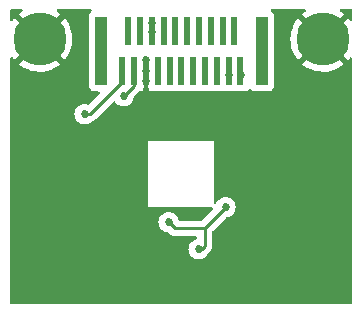
<source format=gbr>
%TF.GenerationSoftware,KiCad,Pcbnew,(6.0.0-0)*%
%TF.CreationDate,2022-03-05T22:15:36-05:00*%
%TF.ProjectId,imu,696d752e-6b69-4636-9164-5f7063625858,rev?*%
%TF.SameCoordinates,Original*%
%TF.FileFunction,Copper,L4,Bot*%
%TF.FilePolarity,Positive*%
%FSLAX46Y46*%
G04 Gerber Fmt 4.6, Leading zero omitted, Abs format (unit mm)*
G04 Created by KiCad (PCBNEW (6.0.0-0)) date 2022-03-05 22:15:36*
%MOMM*%
%LPD*%
G01*
G04 APERTURE LIST*
%TA.AperFunction,ComponentPad*%
%ADD10C,4.500000*%
%TD*%
%TA.AperFunction,SMDPad,CuDef*%
%ADD11R,1.000000X5.850000*%
%TD*%
%TA.AperFunction,SMDPad,CuDef*%
%ADD12R,0.610000X2.410000*%
%TD*%
%TA.AperFunction,ViaPad*%
%ADD13C,0.685800*%
%TD*%
%TA.AperFunction,Conductor*%
%ADD14C,0.254000*%
%TD*%
G04 APERTURE END LIST*
D10*
%TO.P,H1,1,1*%
%TO.N,GND*%
X95000000Y-64000000D03*
%TD*%
%TO.P,H2,1,1*%
%TO.N,GND*%
X119000000Y-64000000D03*
%TD*%
D11*
%TO.P,J1,*%
%TO.N,*%
X100173500Y-65000000D03*
X113826500Y-65000000D03*
D12*
%TO.P,J1,1,SDA(E)*%
%TO.N,/SDA_EEPROM*%
X101996500Y-66720000D03*
%TO.P,J1,2,SCL(E)*%
%TO.N,/SCL_EEPROM*%
X102996500Y-66720000D03*
%TO.P,J1,3,GND*%
%TO.N,GND*%
X103996500Y-66720000D03*
%TO.P,J1,4,NC*%
%TO.N,unconnected-(J1-Pad4)*%
X104996500Y-66720000D03*
%TO.P,J1,5,~{RST}*%
%TO.N,/~{RST}*%
X105996500Y-66720000D03*
%TO.P,J1,6,SCK*%
%TO.N,/SCK*%
X106996500Y-66720000D03*
%TO.P,J1,7,MISO*%
%TO.N,/MISO*%
X107996500Y-66720000D03*
%TO.P,J1,8,MOSI*%
%TO.N,/MOSI*%
X108996500Y-66720000D03*
%TO.P,J1,9,CE*%
%TO.N,/CS*%
X109996500Y-66720000D03*
%TO.P,J1,10,SDA*%
%TO.N,/SDA*%
X110996500Y-66720000D03*
%TO.P,J1,11,SCL*%
%TO.N,/SCL*%
X111996500Y-66720000D03*
%TO.P,J1,12,NC*%
%TO.N,unconnected-(J1-Pad12)*%
X111496500Y-63280000D03*
%TO.P,J1,13,RX*%
%TO.N,/RXD*%
X110496500Y-63280000D03*
%TO.P,J1,14,TX*%
%TO.N,/TXD*%
X109496500Y-63280000D03*
%TO.P,J1,15,STAT*%
%TO.N,/Status*%
X108496500Y-63280000D03*
%TO.P,J1,16,A0*%
%TO.N,/A0*%
X107496500Y-63280000D03*
%TO.P,J1,17,A1*%
%TO.N,/A1*%
X106496500Y-63280000D03*
%TO.P,J1,18,NC*%
%TO.N,unconnected-(J1-Pad18)*%
X105496500Y-63280000D03*
%TO.P,J1,19,3V3*%
%TO.N,/3V3*%
X104496500Y-63280000D03*
%TO.P,J1,20,NC*%
%TO.N,unconnected-(J1-Pad20)*%
X103496500Y-63320000D03*
%TO.P,J1,21,5V*%
%TO.N,/5V*%
X102496500Y-63320000D03*
%TD*%
D13*
%TO.N,GND*%
X103124000Y-72644000D03*
X103124000Y-71374000D03*
X96012000Y-73152000D03*
X101854000Y-71374000D03*
X112776000Y-71374000D03*
X103124000Y-80264000D03*
X101854000Y-78994000D03*
X112776000Y-72644000D03*
X111506000Y-73914000D03*
X111506000Y-71374000D03*
X103124000Y-77724000D03*
X104394000Y-81534000D03*
X101854000Y-73914000D03*
X110236000Y-73914000D03*
X112776000Y-73914000D03*
X103124000Y-73914000D03*
X103124000Y-78994000D03*
X101854000Y-77724000D03*
X101854000Y-75184000D03*
X104013000Y-66675000D03*
X101854000Y-80264000D03*
X103124000Y-75184000D03*
X101854000Y-76454000D03*
X104013000Y-67564000D03*
X97282000Y-73152000D03*
X110236000Y-72644000D03*
X94742000Y-73152000D03*
X104394000Y-71374000D03*
X101854000Y-72644000D03*
X103124000Y-76454000D03*
X106934000Y-72136000D03*
X111506000Y-72644000D03*
X110236000Y-71374000D03*
X104013000Y-65786000D03*
%TO.N,/3V3*%
X105918000Y-79502000D03*
X104496500Y-63397500D03*
X110744000Y-78232000D03*
X108458000Y-81788000D03*
X104496500Y-62635500D03*
%TO.N,/SDA_EEPROM*%
X98806000Y-70358000D03*
%TO.N,/SDA*%
X110998000Y-67056000D03*
%TO.N,/SCL*%
X112014000Y-67056000D03*
%TO.N,/SCL_EEPROM*%
X102108000Y-68834000D03*
%TD*%
D14*
%TO.N,/3V3*%
X108712000Y-81788000D02*
X108458000Y-81788000D01*
X106426000Y-80010000D02*
X108966000Y-80010000D01*
X108966000Y-81534000D02*
X108712000Y-81788000D01*
X105918000Y-79502000D02*
X106426000Y-80010000D01*
X108966000Y-80010000D02*
X108966000Y-81534000D01*
X108966000Y-80010000D02*
X110744000Y-78232000D01*
%TO.N,/SDA_EEPROM*%
X101996500Y-66720000D02*
X101996500Y-67620000D01*
X101996500Y-67620000D02*
X99258500Y-70358000D01*
X99258500Y-70358000D02*
X98806000Y-70358000D01*
%TO.N,/SCL_EEPROM*%
X102996500Y-67945500D02*
X102108000Y-68834000D01*
X102996500Y-66720000D02*
X102996500Y-67945500D01*
%TD*%
%TA.AperFunction,Conductor*%
%TO.N,GND*%
G36*
X93508556Y-61466002D02*
G01*
X93555049Y-61519658D01*
X93565153Y-61589932D01*
X93535659Y-61654512D01*
X93504858Y-61680285D01*
X93450196Y-61712805D01*
X93443945Y-61717053D01*
X93250733Y-61866115D01*
X93242267Y-61877773D01*
X93248871Y-61889661D01*
X94987188Y-63627978D01*
X95001132Y-63635592D01*
X95002965Y-63635461D01*
X95009580Y-63631210D01*
X96750162Y-61890628D01*
X96757174Y-61877787D01*
X96749379Y-61867098D01*
X96579886Y-61733481D01*
X96573663Y-61729156D01*
X96492326Y-61679605D01*
X96444557Y-61627082D01*
X96432767Y-61557071D01*
X96460699Y-61491800D01*
X96519485Y-61451992D01*
X96557879Y-61446000D01*
X99286595Y-61446000D01*
X99354716Y-61466002D01*
X99401209Y-61519658D01*
X99411313Y-61589932D01*
X99381819Y-61654512D01*
X99362163Y-61672824D01*
X99310239Y-61711739D01*
X99222885Y-61828295D01*
X99171755Y-61964684D01*
X99165000Y-62026866D01*
X99165000Y-67973134D01*
X99171755Y-68035316D01*
X99222885Y-68171705D01*
X99310239Y-68288261D01*
X99426795Y-68375615D01*
X99563184Y-68426745D01*
X99625366Y-68433500D01*
X99980078Y-68433500D01*
X100048199Y-68453502D01*
X100094692Y-68507158D01*
X100104796Y-68577432D01*
X100075302Y-68642012D01*
X100069173Y-68648595D01*
X99202648Y-69515120D01*
X99140336Y-69549146D01*
X99075213Y-69545888D01*
X99070546Y-69543810D01*
X98983016Y-69525205D01*
X98901943Y-69507972D01*
X98901939Y-69507972D01*
X98895486Y-69506600D01*
X98716514Y-69506600D01*
X98710061Y-69507972D01*
X98710057Y-69507972D01*
X98628984Y-69525205D01*
X98541454Y-69543810D01*
X98535424Y-69546495D01*
X98535423Y-69546495D01*
X98383985Y-69613919D01*
X98383983Y-69613920D01*
X98377955Y-69616604D01*
X98372614Y-69620484D01*
X98372613Y-69620485D01*
X98283266Y-69685400D01*
X98233164Y-69721801D01*
X98113409Y-69854803D01*
X98023923Y-70009797D01*
X97968618Y-70180009D01*
X97949910Y-70358000D01*
X97968618Y-70535991D01*
X98023923Y-70706203D01*
X98113409Y-70861197D01*
X98117827Y-70866104D01*
X98117828Y-70866105D01*
X98204256Y-70962093D01*
X98233164Y-70994199D01*
X98377955Y-71099396D01*
X98383983Y-71102080D01*
X98383985Y-71102081D01*
X98535423Y-71169505D01*
X98541454Y-71172190D01*
X98628984Y-71190795D01*
X98710057Y-71208028D01*
X98710061Y-71208028D01*
X98716514Y-71209400D01*
X98895486Y-71209400D01*
X98901939Y-71208028D01*
X98901943Y-71208028D01*
X98983016Y-71190795D01*
X99070546Y-71172190D01*
X99076577Y-71169505D01*
X99228015Y-71102081D01*
X99228017Y-71102080D01*
X99234045Y-71099396D01*
X99373854Y-70997818D01*
X99414061Y-70978899D01*
X99417799Y-70978427D01*
X99425172Y-70975508D01*
X99425175Y-70975507D01*
X99459056Y-70962093D01*
X99470285Y-70958248D01*
X99486965Y-70953402D01*
X99512893Y-70945869D01*
X99519720Y-70941831D01*
X99519723Y-70941830D01*
X99530406Y-70935512D01*
X99548164Y-70926812D01*
X99559715Y-70922239D01*
X99559721Y-70922235D01*
X99567088Y-70919319D01*
X99602991Y-70893234D01*
X99612910Y-70886719D01*
X99644268Y-70868174D01*
X99644272Y-70868171D01*
X99651098Y-70864134D01*
X99665482Y-70849750D01*
X99680516Y-70836909D01*
X99690573Y-70829602D01*
X99696987Y-70824942D01*
X99725278Y-70790744D01*
X99733267Y-70781965D01*
X101212413Y-69302819D01*
X101274725Y-69268793D01*
X101345540Y-69273858D01*
X101402376Y-69316405D01*
X101410628Y-69328916D01*
X101412107Y-69331479D01*
X101412110Y-69331484D01*
X101415409Y-69337197D01*
X101535164Y-69470199D01*
X101540506Y-69474080D01*
X101540508Y-69474082D01*
X101640176Y-69546495D01*
X101679955Y-69575396D01*
X101685983Y-69578080D01*
X101685985Y-69578081D01*
X101772510Y-69616604D01*
X101843454Y-69648190D01*
X101930984Y-69666795D01*
X102012057Y-69684028D01*
X102012061Y-69684028D01*
X102018514Y-69685400D01*
X102197486Y-69685400D01*
X102203939Y-69684028D01*
X102203943Y-69684028D01*
X102285016Y-69666795D01*
X102372546Y-69648190D01*
X102443490Y-69616604D01*
X102530015Y-69578081D01*
X102530017Y-69578080D01*
X102536045Y-69575396D01*
X102575824Y-69546495D01*
X102675492Y-69474082D01*
X102675494Y-69474080D01*
X102680836Y-69470199D01*
X102800591Y-69337197D01*
X102890077Y-69182203D01*
X102945382Y-69011991D01*
X102954418Y-68926024D01*
X102981432Y-68860367D01*
X102990633Y-68850100D01*
X103389983Y-68450750D01*
X103398305Y-68443176D01*
X103404803Y-68439053D01*
X103408610Y-68434999D01*
X103443142Y-68415001D01*
X103445146Y-68414250D01*
X103452980Y-68411313D01*
X103523786Y-68406128D01*
X103541441Y-68411312D01*
X103573894Y-68423478D01*
X103589149Y-68427105D01*
X103640014Y-68432631D01*
X103646828Y-68433000D01*
X103724385Y-68433000D01*
X103739624Y-68428525D01*
X103740829Y-68427135D01*
X103742500Y-68419452D01*
X103742500Y-68218852D01*
X103754347Y-68172542D01*
X103752115Y-68171705D01*
X103800471Y-68042715D01*
X103803245Y-68035316D01*
X103810000Y-67973134D01*
X103810000Y-66592000D01*
X103830002Y-66523879D01*
X103883658Y-66477386D01*
X103936000Y-66466000D01*
X104057000Y-66466000D01*
X104125121Y-66486002D01*
X104171614Y-66539658D01*
X104183000Y-66592000D01*
X104183000Y-67973134D01*
X104189755Y-68035316D01*
X104192529Y-68042715D01*
X104240885Y-68171705D01*
X104238653Y-68172542D01*
X104250500Y-68218852D01*
X104250500Y-68414884D01*
X104254975Y-68430123D01*
X104256365Y-68431328D01*
X104264048Y-68432999D01*
X104346169Y-68432999D01*
X104352990Y-68432629D01*
X104403852Y-68427105D01*
X104419107Y-68423478D01*
X104451557Y-68411313D01*
X104522364Y-68406129D01*
X104540019Y-68411313D01*
X104573781Y-68423970D01*
X104573783Y-68423970D01*
X104581184Y-68426745D01*
X104643366Y-68433500D01*
X105349634Y-68433500D01*
X105411816Y-68426745D01*
X105452271Y-68411579D01*
X105523076Y-68406396D01*
X105540723Y-68411577D01*
X105581184Y-68426745D01*
X105643366Y-68433500D01*
X106349634Y-68433500D01*
X106411816Y-68426745D01*
X106452271Y-68411579D01*
X106523076Y-68406396D01*
X106540723Y-68411577D01*
X106581184Y-68426745D01*
X106643366Y-68433500D01*
X107349634Y-68433500D01*
X107411816Y-68426745D01*
X107452271Y-68411579D01*
X107523076Y-68406396D01*
X107540723Y-68411577D01*
X107581184Y-68426745D01*
X107643366Y-68433500D01*
X108349634Y-68433500D01*
X108411816Y-68426745D01*
X108452271Y-68411579D01*
X108523076Y-68406396D01*
X108540723Y-68411577D01*
X108581184Y-68426745D01*
X108643366Y-68433500D01*
X109349634Y-68433500D01*
X109411816Y-68426745D01*
X109452271Y-68411579D01*
X109523076Y-68406396D01*
X109540723Y-68411577D01*
X109581184Y-68426745D01*
X109643366Y-68433500D01*
X110349634Y-68433500D01*
X110411816Y-68426745D01*
X110452271Y-68411579D01*
X110523076Y-68406396D01*
X110540723Y-68411577D01*
X110581184Y-68426745D01*
X110643366Y-68433500D01*
X111349634Y-68433500D01*
X111411816Y-68426745D01*
X111452271Y-68411579D01*
X111523076Y-68406396D01*
X111540723Y-68411577D01*
X111581184Y-68426745D01*
X111643366Y-68433500D01*
X112349634Y-68433500D01*
X112411816Y-68426745D01*
X112548205Y-68375615D01*
X112664761Y-68288261D01*
X112713174Y-68223664D01*
X112770033Y-68181149D01*
X112840852Y-68176123D01*
X112903145Y-68210183D01*
X112914826Y-68223664D01*
X112963239Y-68288261D01*
X113079795Y-68375615D01*
X113216184Y-68426745D01*
X113278366Y-68433500D01*
X114374634Y-68433500D01*
X114436816Y-68426745D01*
X114573205Y-68375615D01*
X114689761Y-68288261D01*
X114777115Y-68171705D01*
X114828245Y-68035316D01*
X114835000Y-67973134D01*
X114835000Y-66121982D01*
X117243142Y-66121982D01*
X117250668Y-66132415D01*
X117396463Y-66249848D01*
X117402648Y-66254244D01*
X117678363Y-66426195D01*
X117685034Y-66429817D01*
X117979414Y-66567402D01*
X117986468Y-66570195D01*
X118295257Y-66671420D01*
X118302570Y-66673339D01*
X118621298Y-66736738D01*
X118628789Y-66737764D01*
X118952823Y-66762413D01*
X118960386Y-66762531D01*
X119285021Y-66748074D01*
X119292562Y-66747282D01*
X119613115Y-66693926D01*
X119620479Y-66692240D01*
X119932315Y-66600757D01*
X119939424Y-66598198D01*
X120238003Y-66469919D01*
X120244770Y-66466515D01*
X120525764Y-66303301D01*
X120532071Y-66299111D01*
X120750005Y-66134588D01*
X120758461Y-66123197D01*
X120751743Y-66110953D01*
X119012812Y-64372022D01*
X118998868Y-64364408D01*
X118997035Y-64364539D01*
X118990420Y-64368790D01*
X117250257Y-66108953D01*
X117243142Y-66121982D01*
X114835000Y-66121982D01*
X114835000Y-63974858D01*
X116237299Y-63974858D01*
X116253456Y-64299410D01*
X116254287Y-64306939D01*
X116309318Y-64627198D01*
X116311051Y-64634585D01*
X116404156Y-64945909D01*
X116406759Y-64953022D01*
X116536595Y-65250913D01*
X116540037Y-65257669D01*
X116704720Y-65537803D01*
X116708943Y-65544088D01*
X116865792Y-65749608D01*
X116877316Y-65758069D01*
X116889382Y-65751408D01*
X118627978Y-64012812D01*
X118635592Y-63998868D01*
X118635461Y-63997035D01*
X118631210Y-63990420D01*
X116890864Y-62250074D01*
X116877929Y-62243011D01*
X116867367Y-62250671D01*
X116741785Y-62408268D01*
X116737428Y-62414467D01*
X116566913Y-62691094D01*
X116563333Y-62697770D01*
X116427287Y-62992878D01*
X116424537Y-62999929D01*
X116324927Y-63309251D01*
X116323044Y-63316584D01*
X116261316Y-63635632D01*
X116260329Y-63643132D01*
X116237378Y-63967277D01*
X116237299Y-63974858D01*
X114835000Y-63974858D01*
X114835000Y-62026866D01*
X114828245Y-61964684D01*
X114777115Y-61828295D01*
X114689761Y-61711739D01*
X114637838Y-61672825D01*
X114595325Y-61615966D01*
X114590300Y-61545148D01*
X114624359Y-61482855D01*
X114686691Y-61448865D01*
X114713405Y-61446000D01*
X117440435Y-61446000D01*
X117508556Y-61466002D01*
X117555049Y-61519658D01*
X117565153Y-61589932D01*
X117535659Y-61654512D01*
X117504858Y-61680285D01*
X117450196Y-61712805D01*
X117443945Y-61717053D01*
X117250733Y-61866115D01*
X117242267Y-61877773D01*
X117248871Y-61889661D01*
X118987188Y-63627978D01*
X119001132Y-63635592D01*
X119002965Y-63635461D01*
X119009580Y-63631210D01*
X120750162Y-61890628D01*
X120757174Y-61877787D01*
X120749379Y-61867098D01*
X120579886Y-61733481D01*
X120573663Y-61729156D01*
X120492326Y-61679605D01*
X120444557Y-61627082D01*
X120432767Y-61557071D01*
X120460699Y-61491800D01*
X120519485Y-61451992D01*
X120557879Y-61446000D01*
X121361000Y-61446000D01*
X121429121Y-61466002D01*
X121475614Y-61519658D01*
X121487000Y-61572000D01*
X121487000Y-62337698D01*
X121466998Y-62405819D01*
X121413342Y-62452312D01*
X121343068Y-62462416D01*
X121278488Y-62432922D01*
X121261643Y-62415184D01*
X121133617Y-62251022D01*
X121121823Y-62242551D01*
X121110113Y-62249097D01*
X119372022Y-63987188D01*
X119364408Y-64001132D01*
X119364539Y-64002965D01*
X119368790Y-64009580D01*
X121108825Y-65749615D01*
X121121948Y-65756781D01*
X121132250Y-65749391D01*
X121241429Y-65615285D01*
X121245838Y-65609149D01*
X121254437Y-65595520D01*
X121307703Y-65548581D01*
X121377891Y-65537891D01*
X121442715Y-65566844D01*
X121481596Y-65626248D01*
X121487000Y-65662754D01*
X121487000Y-86304000D01*
X121466998Y-86372121D01*
X121413342Y-86418614D01*
X121361000Y-86430000D01*
X92629000Y-86430000D01*
X92560879Y-86409998D01*
X92514386Y-86356342D01*
X92503000Y-86304000D01*
X92503000Y-78232000D01*
X104140000Y-78232000D01*
X109541077Y-78232000D01*
X109609198Y-78252002D01*
X109655691Y-78305658D01*
X109665795Y-78375932D01*
X109636301Y-78440512D01*
X109630172Y-78447095D01*
X108739672Y-79337595D01*
X108677360Y-79371621D01*
X108650577Y-79374500D01*
X106863332Y-79374500D01*
X106795211Y-79354498D01*
X106748718Y-79300842D01*
X106743499Y-79287436D01*
X106702119Y-79160082D01*
X106700077Y-79153797D01*
X106610591Y-78998803D01*
X106496492Y-78872082D01*
X106495258Y-78870712D01*
X106495257Y-78870711D01*
X106490836Y-78865801D01*
X106346045Y-78760604D01*
X106340017Y-78757920D01*
X106340015Y-78757919D01*
X106188577Y-78690495D01*
X106188576Y-78690495D01*
X106182546Y-78687810D01*
X106095016Y-78669205D01*
X106013943Y-78651972D01*
X106013939Y-78651972D01*
X106007486Y-78650600D01*
X105828514Y-78650600D01*
X105822061Y-78651972D01*
X105822057Y-78651972D01*
X105740984Y-78669205D01*
X105653454Y-78687810D01*
X105647424Y-78690495D01*
X105647423Y-78690495D01*
X105495985Y-78757919D01*
X105495983Y-78757920D01*
X105489955Y-78760604D01*
X105345164Y-78865801D01*
X105340743Y-78870711D01*
X105340742Y-78870712D01*
X105339509Y-78872082D01*
X105225409Y-78998803D01*
X105135923Y-79153797D01*
X105080618Y-79324009D01*
X105061910Y-79502000D01*
X105080618Y-79679991D01*
X105135923Y-79850203D01*
X105225409Y-80005197D01*
X105345164Y-80138199D01*
X105489955Y-80243396D01*
X105495983Y-80246080D01*
X105495985Y-80246081D01*
X105521186Y-80257301D01*
X105653454Y-80316190D01*
X105828514Y-80353400D01*
X105831653Y-80353400D01*
X105896122Y-80379921D01*
X105906394Y-80389126D01*
X105920745Y-80403477D01*
X105928322Y-80411803D01*
X105932447Y-80418303D01*
X105938225Y-80423729D01*
X105938226Y-80423730D01*
X105982281Y-80465100D01*
X105985123Y-80467855D01*
X106004906Y-80487638D01*
X106008114Y-80490126D01*
X106017143Y-80497837D01*
X106049494Y-80528217D01*
X106056443Y-80532037D01*
X106067329Y-80538022D01*
X106083853Y-80548876D01*
X106099933Y-80561349D01*
X106107210Y-80564498D01*
X106140650Y-80578969D01*
X106151311Y-80584192D01*
X106183247Y-80601749D01*
X106183252Y-80601751D01*
X106190197Y-80605569D01*
X106197871Y-80607539D01*
X106197878Y-80607542D01*
X106209913Y-80610632D01*
X106228618Y-80617036D01*
X106240013Y-80621967D01*
X106247292Y-80625117D01*
X106274342Y-80629401D01*
X106291127Y-80632060D01*
X106302740Y-80634465D01*
X106345718Y-80645500D01*
X106366065Y-80645500D01*
X106385777Y-80647051D01*
X106405879Y-80650235D01*
X106413771Y-80649489D01*
X106450056Y-80646059D01*
X106461914Y-80645500D01*
X108204500Y-80645500D01*
X108272621Y-80665502D01*
X108319114Y-80719158D01*
X108330500Y-80771500D01*
X108330500Y-80842647D01*
X108310498Y-80910768D01*
X108256842Y-80957261D01*
X108230696Y-80965894D01*
X108199912Y-80972437D01*
X108199909Y-80972438D01*
X108193454Y-80973810D01*
X108187424Y-80976495D01*
X108187423Y-80976495D01*
X108035985Y-81043919D01*
X108035983Y-81043920D01*
X108029955Y-81046604D01*
X107885164Y-81151801D01*
X107765409Y-81284803D01*
X107675923Y-81439797D01*
X107673881Y-81446082D01*
X107629064Y-81584016D01*
X107620618Y-81610009D01*
X107619928Y-81616572D01*
X107619928Y-81616573D01*
X107615047Y-81663013D01*
X107601910Y-81788000D01*
X107620618Y-81965991D01*
X107622658Y-81972269D01*
X107622658Y-81972270D01*
X107638743Y-82021774D01*
X107675923Y-82136203D01*
X107765409Y-82291197D01*
X107885164Y-82424199D01*
X108029955Y-82529396D01*
X108035983Y-82532080D01*
X108035985Y-82532081D01*
X108187423Y-82599505D01*
X108193454Y-82602190D01*
X108280984Y-82620795D01*
X108362057Y-82638028D01*
X108362061Y-82638028D01*
X108368514Y-82639400D01*
X108547486Y-82639400D01*
X108553939Y-82638028D01*
X108553943Y-82638028D01*
X108635016Y-82620795D01*
X108722546Y-82602190D01*
X108728577Y-82599505D01*
X108880015Y-82532081D01*
X108880017Y-82532080D01*
X108886045Y-82529396D01*
X109030836Y-82424199D01*
X109150591Y-82291197D01*
X109201114Y-82203689D01*
X109221138Y-82177594D01*
X109359477Y-82039255D01*
X109367803Y-82031678D01*
X109374303Y-82027553D01*
X109421101Y-81977718D01*
X109423855Y-81974877D01*
X109443638Y-81955094D01*
X109446129Y-81951883D01*
X109453838Y-81942856D01*
X109478789Y-81916286D01*
X109484217Y-81910506D01*
X109494022Y-81892671D01*
X109504876Y-81876147D01*
X109512491Y-81866330D01*
X109512492Y-81866329D01*
X109517349Y-81860067D01*
X109534969Y-81819350D01*
X109540192Y-81808689D01*
X109557749Y-81776753D01*
X109557751Y-81776748D01*
X109561569Y-81769803D01*
X109563539Y-81762129D01*
X109563542Y-81762122D01*
X109566632Y-81750087D01*
X109573036Y-81731382D01*
X109577967Y-81719987D01*
X109581117Y-81712708D01*
X109588060Y-81668873D01*
X109590467Y-81657251D01*
X109601500Y-81614282D01*
X109601500Y-81593935D01*
X109603051Y-81574224D01*
X109604995Y-81561950D01*
X109606235Y-81554121D01*
X109602059Y-81509944D01*
X109601500Y-81498086D01*
X109601500Y-80325422D01*
X109621502Y-80257301D01*
X109638405Y-80236327D01*
X110755607Y-79119126D01*
X110817919Y-79085100D01*
X110828494Y-79083400D01*
X110833486Y-79083400D01*
X111008546Y-79046190D01*
X111114980Y-78998803D01*
X111166015Y-78976081D01*
X111166017Y-78976080D01*
X111172045Y-78973396D01*
X111316836Y-78868199D01*
X111321258Y-78863288D01*
X111432172Y-78740105D01*
X111432173Y-78740104D01*
X111436591Y-78735197D01*
X111526077Y-78580203D01*
X111581382Y-78409991D01*
X111600090Y-78232000D01*
X111581382Y-78054009D01*
X111526077Y-77883797D01*
X111436591Y-77728803D01*
X111316836Y-77595801D01*
X111172045Y-77490604D01*
X111166017Y-77487920D01*
X111166015Y-77487919D01*
X111014577Y-77420495D01*
X111014576Y-77420495D01*
X111008546Y-77417810D01*
X110921016Y-77399205D01*
X110839943Y-77381972D01*
X110839939Y-77381972D01*
X110833486Y-77380600D01*
X110654514Y-77380600D01*
X110648061Y-77381972D01*
X110648057Y-77381972D01*
X110566984Y-77399205D01*
X110479454Y-77417810D01*
X110473424Y-77420495D01*
X110473423Y-77420495D01*
X110321985Y-77487919D01*
X110321983Y-77487920D01*
X110315955Y-77490604D01*
X110171164Y-77595801D01*
X110051409Y-77728803D01*
X110048108Y-77734521D01*
X109963119Y-77881725D01*
X109911736Y-77930718D01*
X109842023Y-77944154D01*
X109776112Y-77917768D01*
X109734930Y-77859935D01*
X109728000Y-77818725D01*
X109728000Y-72644000D01*
X104140000Y-72644000D01*
X104140000Y-78232000D01*
X92503000Y-78232000D01*
X92503000Y-66121982D01*
X93243142Y-66121982D01*
X93250668Y-66132415D01*
X93396463Y-66249848D01*
X93402648Y-66254244D01*
X93678363Y-66426195D01*
X93685034Y-66429817D01*
X93979414Y-66567402D01*
X93986468Y-66570195D01*
X94295257Y-66671420D01*
X94302570Y-66673339D01*
X94621298Y-66736738D01*
X94628789Y-66737764D01*
X94952823Y-66762413D01*
X94960386Y-66762531D01*
X95285021Y-66748074D01*
X95292562Y-66747282D01*
X95613115Y-66693926D01*
X95620479Y-66692240D01*
X95932315Y-66600757D01*
X95939424Y-66598198D01*
X96238003Y-66469919D01*
X96244770Y-66466515D01*
X96525764Y-66303301D01*
X96532071Y-66299111D01*
X96750005Y-66134588D01*
X96758461Y-66123197D01*
X96751743Y-66110953D01*
X95012812Y-64372022D01*
X94998868Y-64364408D01*
X94997035Y-64364539D01*
X94990420Y-64368790D01*
X93250257Y-66108953D01*
X93243142Y-66121982D01*
X92503000Y-66121982D01*
X92503000Y-65647024D01*
X92523002Y-65578903D01*
X92576658Y-65532410D01*
X92646932Y-65522306D01*
X92711512Y-65551800D01*
X92729163Y-65570582D01*
X92865792Y-65749608D01*
X92877316Y-65758069D01*
X92889382Y-65751408D01*
X94627978Y-64012812D01*
X94634356Y-64001132D01*
X95364408Y-64001132D01*
X95364539Y-64002965D01*
X95368790Y-64009580D01*
X97108825Y-65749615D01*
X97121948Y-65756781D01*
X97132250Y-65749391D01*
X97241429Y-65615285D01*
X97245842Y-65609144D01*
X97419248Y-65334312D01*
X97422895Y-65327677D01*
X97562025Y-65034011D01*
X97564850Y-65026984D01*
X97667696Y-64718715D01*
X97669650Y-64711424D01*
X97734716Y-64393033D01*
X97735784Y-64385529D01*
X97762253Y-64060100D01*
X97762458Y-64055625D01*
X97763018Y-64002221D01*
X97762908Y-63997789D01*
X97743257Y-63671835D01*
X97742349Y-63664333D01*
X97683967Y-63344663D01*
X97682154Y-63337284D01*
X97585797Y-63026966D01*
X97583116Y-63019869D01*
X97450172Y-62723363D01*
X97446655Y-62716636D01*
X97279054Y-62438252D01*
X97274757Y-62431999D01*
X97133617Y-62251022D01*
X97121823Y-62242551D01*
X97110113Y-62249097D01*
X95372022Y-63987188D01*
X95364408Y-64001132D01*
X94634356Y-64001132D01*
X94635592Y-63998868D01*
X94635461Y-63997035D01*
X94631210Y-63990420D01*
X92890864Y-62250074D01*
X92877929Y-62243011D01*
X92867367Y-62250671D01*
X92741785Y-62408268D01*
X92737427Y-62414469D01*
X92736261Y-62416360D01*
X92735816Y-62416760D01*
X92735245Y-62417573D01*
X92735059Y-62417442D01*
X92683489Y-62463855D01*
X92613418Y-62475279D01*
X92548294Y-62447006D01*
X92508793Y-62388012D01*
X92503000Y-62350246D01*
X92503000Y-61572000D01*
X92523002Y-61503879D01*
X92576658Y-61457386D01*
X92629000Y-61446000D01*
X93440435Y-61446000D01*
X93508556Y-61466002D01*
G37*
%TD.AperFunction*%
%TD*%
M02*

</source>
